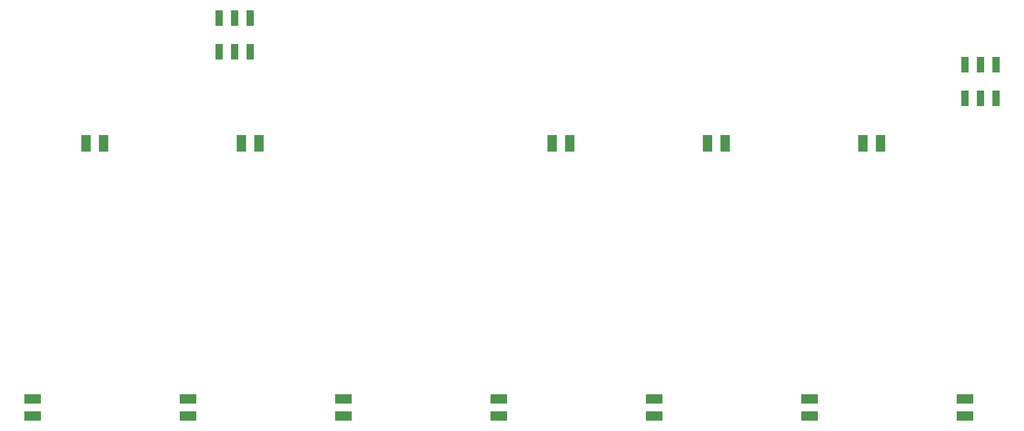
<source format=gbr>
G04 EAGLE Gerber RS-274X export*
G75*
%MOMM*%
%FSLAX34Y34*%
%LPD*%
%INSolderpaste Top*%
%IPPOS*%
%AMOC8*
5,1,8,0,0,1.08239X$1,22.5*%
G01*
%ADD10R,2.700000X1.600000*%
%ADD11R,1.200000X2.500000*%
%ADD12R,1.600000X2.700000*%


D10*
X330200Y113000D03*
X330200Y141000D03*
X584200Y113000D03*
X584200Y141000D03*
X838200Y113000D03*
X838200Y141000D03*
X1092200Y113000D03*
X1092200Y141000D03*
X1346200Y113000D03*
X1346200Y141000D03*
X1600200Y113000D03*
X1600200Y141000D03*
X1854200Y113000D03*
X1854200Y141000D03*
D11*
X1904600Y687900D03*
X1879600Y687900D03*
X1854600Y687900D03*
X1904600Y632900D03*
X1879600Y632900D03*
X1854600Y632900D03*
X635400Y709100D03*
X660400Y709100D03*
X685400Y709100D03*
X635400Y764100D03*
X660400Y764100D03*
X685400Y764100D03*
D12*
X1687800Y558800D03*
X1715800Y558800D03*
X1433800Y558800D03*
X1461800Y558800D03*
X1179800Y558800D03*
X1207800Y558800D03*
X671800Y558800D03*
X699800Y558800D03*
X417800Y558800D03*
X445800Y558800D03*
M02*

</source>
